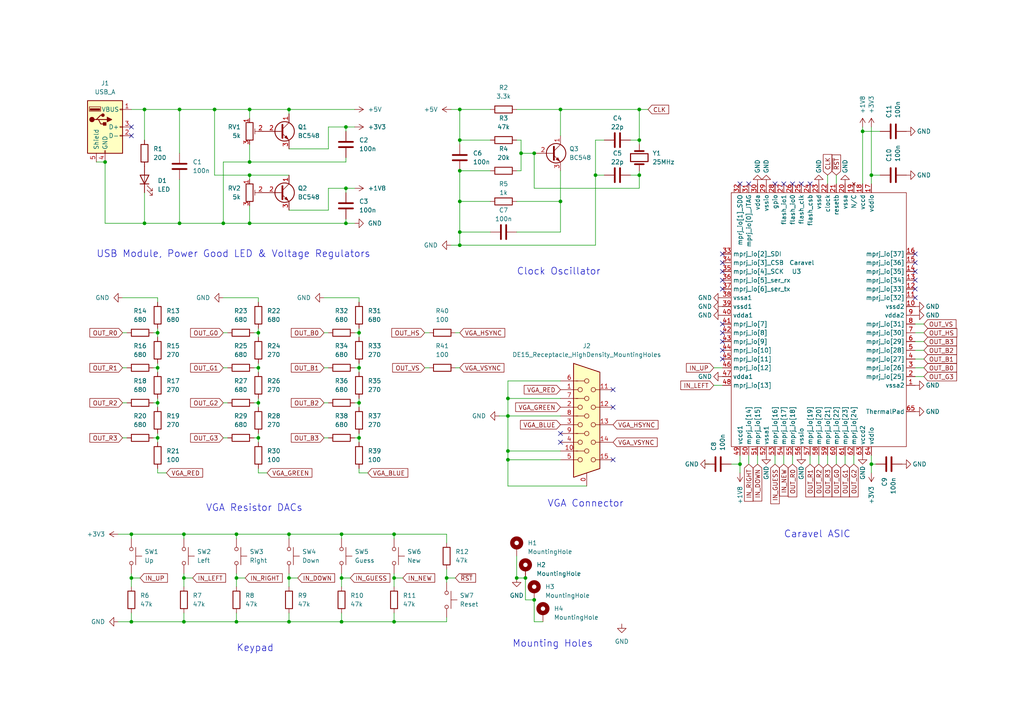
<source format=kicad_sch>
(kicad_sch (version 20231120) (generator "eeschema") (generator_version "8.0")
  (paper "A4")
  (junction (at 104.14 96.52))
  (junction (at 100.33 36.83))
  (junction (at 62.23 31.75))
  (junction (at 154.94 44.45))
  (junction (at 72.39 50.8))
  (junction (at 151.13 44.45))
  (junction (at 149.86 167.64))
  (junction (at 147.32 130.81))
  (junction (at 185.42 40.64))
  (junction (at 72.39 64.77))
  (junction (at 114.3 167.64))
  (junction (at 74.93 116.84))
  (junction (at 100.33 64.77))
  (junction (at 45.72 127))
  (junction (at 83.82 154.94))
  (junction (at 147.32 133.35))
  (junction (at 45.72 106.68))
  (junction (at 133.35 40.64))
  (junction (at 250.19 38.1))
  (junction (at 45.72 116.84))
  (junction (at 162.56 58.42))
  (junction (at 99.06 167.64))
  (junction (at 252.73 134.62))
  (junction (at 41.91 31.75))
  (junction (at 99.06 154.94))
  (junction (at 74.93 106.68))
  (junction (at 114.3 154.94))
  (junction (at 99.06 180.34))
  (junction (at 154.94 173.99))
  (junction (at 83.82 167.64))
  (junction (at 53.34 180.34))
  (junction (at 172.72 50.8))
  (junction (at 133.35 49.53))
  (junction (at 152.4 167.64))
  (junction (at 68.58 167.64))
  (junction (at 53.34 154.94))
  (junction (at 147.32 115.57))
  (junction (at 38.1 154.94))
  (junction (at 133.35 71.12))
  (junction (at 83.82 180.34))
  (junction (at 74.93 96.52))
  (junction (at 129.54 167.64))
  (junction (at 30.48 46.99))
  (junction (at 104.14 116.84))
  (junction (at 74.93 127))
  (junction (at 104.14 127))
  (junction (at 72.39 46.99))
  (junction (at 38.1 180.34))
  (junction (at 100.33 54.61))
  (junction (at 133.35 67.31))
  (junction (at 52.07 31.75))
  (junction (at 64.77 64.77))
  (junction (at 214.63 134.62))
  (junction (at 114.3 180.34))
  (junction (at 72.39 31.75))
  (junction (at 133.35 58.42))
  (junction (at 104.14 106.68))
  (junction (at 52.07 64.77))
  (junction (at 68.58 180.34))
  (junction (at 68.58 154.94))
  (junction (at 53.34 167.64))
  (junction (at 147.32 120.65))
  (junction (at 162.56 31.75))
  (junction (at 45.72 96.52))
  (junction (at 252.73 50.8))
  (junction (at 41.91 64.77))
  (junction (at 133.35 31.75))
  (junction (at 38.1 167.64))
  (junction (at 185.42 50.8))
  (junction (at 185.42 31.75))
  (junction (at 83.82 31.75))
  (no_connect (at 265.43 73.66))
  (no_connect (at 265.43 78.74))
  (no_connect (at 209.55 81.28))
  (no_connect (at 209.55 78.74))
  (no_connect (at 162.56 125.73))
  (no_connect (at 217.17 53.34))
  (no_connect (at 209.55 96.52))
  (no_connect (at 177.8 118.11))
  (no_connect (at 209.55 99.06))
  (no_connect (at 162.56 128.27))
  (no_connect (at 38.1 39.37))
  (no_connect (at 209.55 83.82))
  (no_connect (at 214.63 53.34))
  (no_connect (at 209.55 101.6))
  (no_connect (at 209.55 104.14))
  (no_connect (at 229.87 53.34))
  (no_connect (at 38.1 36.83))
  (no_connect (at 177.8 113.03))
  (no_connect (at 209.55 76.2))
  (no_connect (at 265.43 86.36))
  (no_connect (at 265.43 83.82))
  (no_connect (at 265.43 81.28))
  (no_connect (at 177.8 133.35))
  (no_connect (at 227.33 53.34))
  (no_connect (at 234.95 53.34))
  (no_connect (at 232.41 53.34))
  (no_connect (at 224.79 53.34))
  (no_connect (at 265.43 76.2))
  (no_connect (at 209.55 73.66))
  (no_connect (at 209.55 93.98))
  (wire (pts (xy 74.93 115.57) (xy 74.93 116.84)))
  (wire (pts (xy 250.19 38.1) (xy 255.27 38.1)))
  (wire (pts (xy 72.39 46.99) (xy 100.33 46.99)))
  (wire (pts (xy 133.35 40.64) (xy 142.24 40.64)))
  (wire (pts (xy 207.01 111.76) (xy 209.55 111.76)))
  (wire (pts (xy 41.91 64.77) (xy 41.91 55.88)))
  (wire (pts (xy 147.32 115.57) (xy 162.56 115.57)))
  (wire (pts (xy 53.34 177.8) (xy 53.34 180.34)))
  (wire (pts (xy 100.33 46.99) (xy 100.33 45.72)))
  (wire (pts (xy 68.58 177.8) (xy 68.58 180.34)))
  (wire (pts (xy 104.14 116.84) (xy 102.87 116.84)))
  (wire (pts (xy 64.77 106.68) (xy 66.04 106.68)))
  (wire (pts (xy 74.93 135.89) (xy 74.93 137.16)))
  (wire (pts (xy 38.1 177.8) (xy 38.1 180.34)))
  (wire (pts (xy 104.14 127) (xy 102.87 127)))
  (wire (pts (xy 252.73 50.8) (xy 252.73 53.34)))
  (wire (pts (xy 104.14 106.68) (xy 104.14 107.95)))
  (wire (pts (xy 130.81 31.75) (xy 133.35 31.75)))
  (wire (pts (xy 130.81 71.12) (xy 133.35 71.12)))
  (wire (pts (xy 154.94 44.45) (xy 154.94 54.61)))
  (wire (pts (xy 41.91 31.75) (xy 52.07 31.75)))
  (wire (pts (xy 100.33 54.61) (xy 102.87 54.61)))
  (wire (pts (xy 72.39 59.69) (xy 72.39 64.77)))
  (wire (pts (xy 30.48 64.77) (xy 41.91 64.77)))
  (wire (pts (xy 147.32 120.65) (xy 147.32 115.57)))
  (wire (pts (xy 38.1 166.37) (xy 38.1 167.64)))
  (wire (pts (xy 74.93 116.84) (xy 74.93 118.11)))
  (wire (pts (xy 240.03 132.08) (xy 240.03 134.62)))
  (wire (pts (xy 185.42 31.75) (xy 185.42 40.64)))
  (wire (pts (xy 45.72 106.68) (xy 45.72 107.95)))
  (wire (pts (xy 53.34 154.94) (xy 68.58 154.94)))
  (wire (pts (xy 100.33 64.77) (xy 100.33 63.5)))
  (wire (pts (xy 41.91 31.75) (xy 41.91 40.64)))
  (wire (pts (xy 99.06 177.8) (xy 99.06 180.34)))
  (wire (pts (xy 45.72 86.36) (xy 45.72 87.63)))
  (wire (pts (xy 267.97 99.06) (xy 265.43 99.06)))
  (wire (pts (xy 45.72 96.52) (xy 45.72 97.79)))
  (wire (pts (xy 144.78 120.65) (xy 147.32 120.65)))
  (wire (pts (xy 83.82 154.94) (xy 99.06 154.94)))
  (wire (pts (xy 147.32 130.81) (xy 147.32 133.35)))
  (wire (pts (xy 133.35 49.53) (xy 142.24 49.53)))
  (wire (pts (xy 247.65 132.08) (xy 247.65 134.62)))
  (wire (pts (xy 182.88 50.8) (xy 185.42 50.8)))
  (wire (pts (xy 68.58 180.34) (xy 83.82 180.34)))
  (wire (pts (xy 45.72 127) (xy 44.45 127)))
  (wire (pts (xy 34.29 180.34) (xy 38.1 180.34)))
  (wire (pts (xy 207.01 106.68) (xy 209.55 106.68)))
  (wire (pts (xy 99.06 154.94) (xy 99.06 156.21)))
  (wire (pts (xy 83.82 167.64) (xy 86.36 167.64)))
  (wire (pts (xy 62.23 31.75) (xy 62.23 50.8)))
  (wire (pts (xy 170.18 140.97) (xy 147.32 140.97)))
  (wire (pts (xy 83.82 167.64) (xy 83.82 170.18)))
  (wire (pts (xy 45.72 105.41) (xy 45.72 106.68)))
  (wire (pts (xy 104.14 96.52) (xy 104.14 97.79)))
  (wire (pts (xy 133.35 67.31) (xy 133.35 71.12)))
  (wire (pts (xy 100.33 36.83) (xy 102.87 36.83)))
  (wire (pts (xy 114.3 180.34) (xy 129.54 180.34)))
  (wire (pts (xy 45.72 135.89) (xy 45.72 137.16)))
  (wire (pts (xy 114.3 180.34) (xy 114.3 177.8)))
  (wire (pts (xy 95.25 60.96) (xy 95.25 54.61)))
  (wire (pts (xy 147.32 130.81) (xy 162.56 130.81)))
  (wire (pts (xy 93.98 116.84) (xy 95.25 116.84)))
  (wire (pts (xy 129.54 168.91) (xy 129.54 167.64)))
  (wire (pts (xy 53.34 167.64) (xy 53.34 170.18)))
  (wire (pts (xy 45.72 95.25) (xy 45.72 96.52)))
  (wire (pts (xy 83.82 31.75) (xy 83.82 33.02)))
  (wire (pts (xy 162.56 67.31) (xy 162.56 58.42)))
  (wire (pts (xy 205.74 134.62) (xy 204.47 134.62)))
  (wire (pts (xy 162.56 133.35) (xy 147.32 133.35)))
  (wire (pts (xy 68.58 167.64) (xy 68.58 170.18)))
  (wire (pts (xy 74.93 127) (xy 73.66 127)))
  (wire (pts (xy 154.94 180.34) (xy 157.48 180.34)))
  (wire (pts (xy 132.08 106.68) (xy 133.35 106.68)))
  (wire (pts (xy 252.73 50.8) (xy 252.73 36.83)))
  (wire (pts (xy 149.86 161.29) (xy 149.86 167.64)))
  (wire (pts (xy 185.42 50.8) (xy 185.42 54.61)))
  (wire (pts (xy 147.32 120.65) (xy 147.32 130.81)))
  (wire (pts (xy 44.45 96.52) (xy 45.72 96.52)))
  (wire (pts (xy 162.56 31.75) (xy 162.56 39.37)))
  (wire (pts (xy 227.33 132.08) (xy 227.33 134.62)))
  (wire (pts (xy 132.08 96.52) (xy 133.35 96.52)))
  (wire (pts (xy 52.07 31.75) (xy 52.07 44.45)))
  (wire (pts (xy 83.82 154.94) (xy 83.82 156.21)))
  (wire (pts (xy 53.34 180.34) (xy 68.58 180.34)))
  (wire (pts (xy 68.58 167.64) (xy 71.12 167.64)))
  (wire (pts (xy 45.72 116.84) (xy 44.45 116.84)))
  (wire (pts (xy 151.13 44.45) (xy 151.13 40.64)))
  (wire (pts (xy 172.72 40.64) (xy 175.26 40.64)))
  (wire (pts (xy 38.1 154.94) (xy 53.34 154.94)))
  (wire (pts (xy 219.71 134.62) (xy 219.71 132.08)))
  (wire (pts (xy 68.58 154.94) (xy 83.82 154.94)))
  (wire (pts (xy 38.1 180.34) (xy 53.34 180.34)))
  (wire (pts (xy 64.77 46.99) (xy 64.77 64.77)))
  (wire (pts (xy 214.63 137.16) (xy 214.63 134.62)))
  (wire (pts (xy 99.06 166.37) (xy 99.06 167.64)))
  (wire (pts (xy 147.32 115.57) (xy 147.32 110.49)))
  (wire (pts (xy 102.87 96.52) (xy 104.14 96.52)))
  (wire (pts (xy 41.91 64.77) (xy 52.07 64.77)))
  (wire (pts (xy 255.27 50.8) (xy 252.73 50.8)))
  (wire (pts (xy 114.3 167.64) (xy 116.84 167.64)))
  (wire (pts (xy 217.17 132.08) (xy 217.17 134.62)))
  (wire (pts (xy 154.94 173.99) (xy 154.94 180.34)))
  (wire (pts (xy 250.19 38.1) (xy 250.19 36.83)))
  (wire (pts (xy 149.86 167.64) (xy 152.4 167.64)))
  (wire (pts (xy 74.93 106.68) (xy 73.66 106.68)))
  (wire (pts (xy 250.19 38.1) (xy 250.19 53.34)))
  (wire (pts (xy 93.98 96.52) (xy 95.25 96.52)))
  (wire (pts (xy 38.1 154.94) (xy 38.1 156.21)))
  (wire (pts (xy 252.73 137.16) (xy 252.73 134.62)))
  (wire (pts (xy 74.93 137.16) (xy 77.47 137.16)))
  (wire (pts (xy 93.98 106.68) (xy 95.25 106.68)))
  (wire (pts (xy 99.06 180.34) (xy 114.3 180.34)))
  (wire (pts (xy 149.86 49.53) (xy 151.13 49.53)))
  (wire (pts (xy 129.54 154.94) (xy 129.54 157.48)))
  (wire (pts (xy 172.72 40.64) (xy 172.72 50.8)))
  (wire (pts (xy 162.56 49.53) (xy 162.56 58.42)))
  (wire (pts (xy 129.54 167.64) (xy 129.54 165.1)))
  (wire (pts (xy 237.49 132.08) (xy 237.49 134.62)))
  (wire (pts (xy 104.14 135.89) (xy 104.14 137.16)))
  (wire (pts (xy 104.14 115.57) (xy 104.14 116.84)))
  (wire (pts (xy 185.42 41.91) (xy 185.42 40.64)))
  (wire (pts (xy 99.06 167.64) (xy 99.06 170.18)))
  (wire (pts (xy 267.97 93.98) (xy 265.43 93.98)))
  (wire (pts (xy 152.4 167.64) (xy 152.4 173.99)))
  (wire (pts (xy 147.32 133.35) (xy 147.32 140.97)))
  (wire (pts (xy 267.97 104.14) (xy 265.43 104.14)))
  (wire (pts (xy 100.33 54.61) (xy 100.33 55.88)))
  (wire (pts (xy 35.56 116.84) (xy 36.83 116.84)))
  (wire (pts (xy 123.19 106.68) (xy 124.46 106.68)))
  (wire (pts (xy 74.93 127) (xy 74.93 128.27)))
  (wire (pts (xy 224.79 132.08) (xy 224.79 134.62)))
  (wire (pts (xy 72.39 46.99) (xy 64.77 46.99)))
  (wire (pts (xy 53.34 166.37) (xy 53.34 167.64)))
  (wire (pts (xy 74.93 106.68) (xy 74.93 107.95)))
  (wire (pts (xy 45.72 125.73) (xy 45.72 127)))
  (wire (pts (xy 72.39 41.91) (xy 72.39 46.99)))
  (wire (pts (xy 133.35 40.64) (xy 133.35 41.91)))
  (wire (pts (xy 129.54 179.07) (xy 129.54 180.34)))
  (wire (pts (xy 104.14 125.73) (xy 104.14 127)))
  (wire (pts (xy 123.19 96.52) (xy 124.46 96.52)))
  (wire (pts (xy 83.82 31.75) (xy 102.87 31.75)))
  (wire (pts (xy 154.94 54.61) (xy 185.42 54.61)))
  (wire (pts (xy 83.82 180.34) (xy 99.06 180.34)))
  (wire (pts (xy 229.87 132.08) (xy 229.87 134.62)))
  (wire (pts (xy 93.98 86.36) (xy 104.14 86.36)))
  (wire (pts (xy 74.93 105.41) (xy 74.93 106.68)))
  (wire (pts (xy 129.54 167.64) (xy 132.08 167.64)))
  (wire (pts (xy 45.72 116.84) (xy 45.72 118.11)))
  (wire (pts (xy 74.93 116.84) (xy 73.66 116.84)))
  (wire (pts (xy 64.77 86.36) (xy 74.93 86.36)))
  (wire (pts (xy 93.98 127) (xy 95.25 127)))
  (wire (pts (xy 72.39 31.75) (xy 83.82 31.75)))
  (wire (pts (xy 100.33 36.83) (xy 100.33 38.1)))
  (wire (pts (xy 95.25 54.61) (xy 100.33 54.61)))
  (wire (pts (xy 52.07 64.77) (xy 52.07 52.07)))
  (wire (pts (xy 104.14 106.68) (xy 102.87 106.68)))
  (wire (pts (xy 182.88 40.64) (xy 185.42 40.64)))
  (wire (pts (xy 83.82 177.8) (xy 83.82 180.34)))
  (wire (pts (xy 74.93 95.25) (xy 74.93 96.52)))
  (wire (pts (xy 185.42 31.75) (xy 187.96 31.75)))
  (wire (pts (xy 162.56 31.75) (xy 185.42 31.75)))
  (wire (pts (xy 114.3 167.64) (xy 114.3 170.18)))
  (wire (pts (xy 83.82 43.18) (xy 95.25 43.18)))
  (wire (pts (xy 35.56 96.52) (xy 36.83 96.52)))
  (wire (pts (xy 104.14 137.16) (xy 106.68 137.16)))
  (wire (pts (xy 52.07 31.75) (xy 62.23 31.75)))
  (wire (pts (xy 133.35 31.75) (xy 142.24 31.75)))
  (wire (pts (xy 95.25 36.83) (xy 100.33 36.83)))
  (wire (pts (xy 72.39 64.77) (xy 100.33 64.77)))
  (wire (pts (xy 83.82 60.96) (xy 95.25 60.96)))
  (wire (pts (xy 149.86 58.42) (xy 162.56 58.42)))
  (wire (pts (xy 45.72 106.68) (xy 44.45 106.68)))
  (wire (pts (xy 242.57 50.8) (xy 242.57 53.34)))
  (wire (pts (xy 114.3 154.94) (xy 129.54 154.94)))
  (wire (pts (xy 267.97 96.52) (xy 265.43 96.52)))
  (wire (pts (xy 68.58 166.37) (xy 68.58 167.64)))
  (wire (pts (xy 133.35 58.42) (xy 142.24 58.42)))
  (wire (pts (xy 212.09 134.62) (xy 214.63 134.62)))
  (wire (pts (xy 147.32 120.65) (xy 162.56 120.65)))
  (wire (pts (xy 30.48 46.99) (xy 30.48 64.77)))
  (wire (pts (xy 64.77 116.84) (xy 66.04 116.84)))
  (wire (pts (xy 152.4 173.99) (xy 154.94 173.99)))
  (wire (pts (xy 62.23 50.8) (xy 72.39 50.8)))
  (wire (pts (xy 104.14 105.41) (xy 104.14 106.68)))
  (wire (pts (xy 252.73 134.62) (xy 254 134.62)))
  (wire (pts (xy 149.86 40.64) (xy 151.13 40.64)))
  (wire (pts (xy 133.35 31.75) (xy 133.35 40.64)))
  (wire (pts (xy 151.13 44.45) (xy 151.13 49.53)))
  (wire (pts (xy 72.39 50.8) (xy 83.82 50.8)))
  (wire (pts (xy 35.56 106.68) (xy 36.83 106.68)))
  (wire (pts (xy 38.1 31.75) (xy 41.91 31.75)))
  (wire (pts (xy 53.34 167.64) (xy 55.88 167.64)))
  (wire (pts (xy 114.3 166.37) (xy 114.3 167.64)))
  (wire (pts (xy 245.11 132.08) (xy 245.11 134.62)))
  (wire (pts (xy 242.57 132.08) (xy 242.57 134.62)))
  (wire (pts (xy 52.07 64.77) (xy 64.77 64.77)))
  (wire (pts (xy 240.03 50.8) (xy 240.03 53.34)))
  (wire (pts (xy 35.56 86.36) (xy 45.72 86.36)))
  (wire (pts (xy 83.82 166.37) (xy 83.82 167.64)))
  (wire (pts (xy 104.14 127) (xy 104.14 128.27)))
  (wire (pts (xy 267.97 109.22) (xy 265.43 109.22)))
  (wire (pts (xy 104.14 86.36) (xy 104.14 87.63)))
  (wire (pts (xy 62.23 31.75) (xy 72.39 31.75)))
  (wire (pts (xy 147.32 110.49) (xy 162.56 110.49)))
  (wire (pts (xy 64.77 127) (xy 66.04 127)))
  (wire (pts (xy 99.06 154.94) (xy 114.3 154.94)))
  (wire (pts (xy 38.1 167.64) (xy 38.1 170.18)))
  (wire (pts (xy 172.72 50.8) (xy 175.26 50.8)))
  (wire (pts (xy 27.94 46.99) (xy 30.48 46.99)))
  (wire (pts (xy 114.3 154.94) (xy 114.3 156.21)))
  (wire (pts (xy 74.93 86.36) (xy 74.93 87.63)))
  (wire (pts (xy 133.35 49.53) (xy 133.35 58.42)))
  (wire (pts (xy 35.56 127) (xy 36.83 127)))
  (wire (pts (xy 100.33 64.77) (xy 102.87 64.77)))
  (wire (pts (xy 68.58 154.94) (xy 68.58 156.21)))
  (wire (pts (xy 73.66 96.52) (xy 74.93 96.52)))
  (wire (pts (xy 45.72 137.16) (xy 48.26 137.16)))
  (wire (pts (xy 149.86 67.31) (xy 162.56 67.31)))
  (wire (pts (xy 172.72 50.8) (xy 172.72 71.12)))
  (wire (pts (xy 149.86 31.75) (xy 162.56 31.75)))
  (wire (pts (xy 53.34 154.94) (xy 53.34 156.21)))
  (wire (pts (xy 151.13 44.45) (xy 154.94 44.45)))
  (wire (pts (xy 234.95 132.08) (xy 234.95 134.62)))
  (wire (pts (xy 72.39 50.8) (xy 72.39 52.07)))
  (wire (pts (xy 74.93 125.73) (xy 74.93 127)))
  (wire (pts (xy 99.06 167.64) (xy 101.6 167.64)))
  (wire (pts (xy 133.35 67.31) (xy 142.24 67.31)))
  (wire (pts (xy 72.39 31.75) (xy 72.39 34.29)))
  (wire (pts (xy 252.73 134.62) (xy 252.73 132.08)))
  (wire (pts (xy 214.63 134.62) (xy 214.63 132.08)))
  (wire (pts (xy 267.97 101.6) (xy 265.43 101.6)))
  (wire (pts (xy 104.14 116.84) (xy 104.14 118.11)))
  (wire (pts (xy 45.72 115.57) (xy 45.72 116.84)))
  (wire (pts (xy 38.1 167.64) (xy 40.64 167.64)))
  (wire (pts (xy 34.29 154.94) (xy 38.1 154.94)))
  (wire (pts (xy 45.72 127) (xy 45.72 128.27)))
  (wire (pts (xy 185.42 49.53) (xy 185.42 50.8)))
  (wire (pts (xy 95.25 43.18) (xy 95.25 36.83)))
  (wire (pts (xy 133.35 71.12) (xy 172.72 71.12)))
  (wire (pts (xy 74.93 96.52) (xy 74.93 97.79)))
  (wire (pts (xy 64.77 96.52) (xy 66.04 96.52)))
  (wire (pts (xy 133.35 58.42) (xy 133.35 67.31)))
  (wire (pts (xy 64.77 64.77) (xy 72.39 64.77)))
  (wire (pts (xy 104.14 95.25) (xy 104.14 96.52)))
  (wire (pts (xy 267.97 106.68) (xy 265.43 106.68)))
  (text "Mounting Holes" (at 148.59 187.96 0) (effects (font (size 2 2)) (justify left bottom)))
  (text "Caravel ASIC" (at 227.33 156.21 0) (effects (font (size 2 2)) (justify left bottom)))
  (text "USB Module, Power Good LED & Voltage Regulators" (at 27.94 74.93 0) (effects (font (size 2 2)) (justify left bottom)))
  (text "VGA Resistor DACs" (at 59.69 148.59 0) (effects (font (size 2 2)) (justify left bottom)))
  (text "Clock Oscillator" (at 149.86 80.01 0) (effects (font (size 2 2)) (justify left bottom)))
  (text "Keypad" (at 68.58 189.23 0) (effects (font (size 2 2)) (justify left bottom)))
  (text "VGA Connector" (at 158.75 147.32 0) (effects (font (size 2 2)) (justify left bottom)))
  (global_label "OUT_G2" (shape input) (at 247.65 134.62 270) (property "Intersheetrefs" "${INTERSHEET_REFS}" (effects (hide yes))))
  (global_label "OUT_B1" (shape input) (at 93.98 106.68 180) (property "Intersheetrefs" "${INTERSHEET_REFS}" (effects (hide yes))))
  (global_label "~{RST}" (shape input) (at 132.08 167.64 0) (property "Intersheetrefs" "${INTERSHEET_REFS}" (effects (hide yes))))
  (global_label "OUT_B0" (shape input) (at 93.98 96.52 180) (property "Intersheetrefs" "${INTERSHEET_REFS}" (effects (hide yes))))
  (global_label "OUT_G3" (shape input) (at 64.77 127 180) (property "Intersheetrefs" "${INTERSHEET_REFS}" (effects (hide yes))))
  (global_label "OUT_R2" (shape input) (at 237.49 134.62 270) (property "Intersheetrefs" "${INTERSHEET_REFS}" (effects (hide yes))))
  (global_label "IN_UP" (shape input) (at 40.64 167.64 0) (property "Intersheetrefs" "${INTERSHEET_REFS}" (effects (hide yes))))
  (global_label "OUT_R1" (shape input) (at 234.95 134.62 270) (property "Intersheetrefs" "${INTERSHEET_REFS}" (effects (hide yes))))
  (global_label "VGA_VSYNC" (shape input) (at 133.35 106.68 0) (property "Intersheetrefs" "${INTERSHEET_REFS}" (effects (hide yes))))
  (global_label "OUT_VS" (shape input) (at 267.97 93.98 0) (property "Intersheetrefs" "${INTERSHEET_REFS}" (effects (hide yes))))
  (global_label "OUT_R1" (shape input) (at 35.56 106.68 180) (property "Intersheetrefs" "${INTERSHEET_REFS}" (effects (hide yes))))
  (global_label "VGA_BLUE" (shape input) (at 106.68 137.16 0) (property "Intersheetrefs" "${INTERSHEET_REFS}" (effects (hide yes))))
  (global_label "VGA_BLUE" (shape input) (at 162.56 123.19 180) (property "Intersheetrefs" "${INTERSHEET_REFS}" (effects (hide yes))))
  (global_label "OUT_R0" (shape input) (at 35.56 96.52 180) (property "Intersheetrefs" "${INTERSHEET_REFS}" (effects (hide yes))))
  (global_label "VGA_RED" (shape input) (at 162.56 113.03 180) (property "Intersheetrefs" "${INTERSHEET_REFS}" (effects (hide yes))))
  (global_label "OUT_G0" (shape input) (at 242.57 134.62 270) (property "Intersheetrefs" "${INTERSHEET_REFS}" (effects (hide yes))))
  (global_label "~{RST}" (shape input) (at 242.57 50.8 90) (property "Intersheetrefs" "${INTERSHEET_REFS}" (effects (hide yes))))
  (global_label "OUT_B0" (shape input) (at 267.97 106.68 0) (property "Intersheetrefs" "${INTERSHEET_REFS}" (effects (hide yes))))
  (global_label "OUT_R3" (shape input) (at 240.03 134.62 270) (property "Intersheetrefs" "${INTERSHEET_REFS}" (effects (hide yes))))
  (global_label "IN_GUESS" (shape input) (at 224.79 134.62 270) (property "Intersheetrefs" "${INTERSHEET_REFS}" (effects (hide yes))))
  (global_label "OUT_R2" (shape input) (at 35.56 116.84 180) (property "Intersheetrefs" "${INTERSHEET_REFS}" (effects (hide yes))))
  (global_label "OUT_G2" (shape input) (at 64.77 116.84 180) (property "Intersheetrefs" "${INTERSHEET_REFS}" (effects (hide yes))))
  (global_label "OUT_R0" (shape input) (at 229.87 134.62 270) (property "Intersheetrefs" "${INTERSHEET_REFS}" (effects (hide yes))))
  (global_label "OUT_B2" (shape input) (at 93.98 116.84 180) (property "Intersheetrefs" "${INTERSHEET_REFS}" (effects (hide yes))))
  (global_label "OUT_HS" (shape input) (at 123.19 96.52 180) (property "Intersheetrefs" "${INTERSHEET_REFS}" (effects (hide yes))))
  (global_label "CLK" (shape input) (at 187.96 31.75 0) (property "Intersheetrefs" "${INTERSHEET_REFS}" (effects (hide yes))))
  (global_label "IN_LEFT" (shape input) (at 55.88 167.64 0) (property "Intersheetrefs" "${INTERSHEET_REFS}" (effects (hide yes))))
  (global_label "VGA_RED" (shape input) (at 48.26 137.16 0) (property "Intersheetrefs" "${INTERSHEET_REFS}" (effects (hide yes))))
  (global_label "OUT_G1" (shape input) (at 245.11 134.62 270) (property "Intersheetrefs" "${INTERSHEET_REFS}" (effects (hide yes))))
  (global_label "VGA_HSYNC" (shape input) (at 133.35 96.52 0) (property "Intersheetrefs" "${INTERSHEET_REFS}" (effects (hide yes))))
  (global_label "IN_DOWN" (shape input) (at 86.36 167.64 0) (property "Intersheetrefs" "${INTERSHEET_REFS}" (effects (hide yes))))
  (global_label "VGA_HSYNC" (shape input) (at 177.8 123.19 0) (property "Intersheetrefs" "${INTERSHEET_REFS}" (effects (hide yes))))
  (global_label "OUT_R3" (shape input) (at 35.56 127 180) (property "Intersheetrefs" "${INTERSHEET_REFS}" (effects (hide yes))))
  (global_label "OUT_B2" (shape input) (at 267.97 101.6 0) (property "Intersheetrefs" "${INTERSHEET_REFS}" (effects (hide yes))))
  (global_label "VGA_VSYNC" (shape input) (at 177.8 128.27 0) (property "Intersheetrefs" "${INTERSHEET_REFS}" (effects (hide yes))))
  (global_label "VGA_GREEN" (shape input) (at 162.56 118.11 180) (property "Intersheetrefs" "${INTERSHEET_REFS}" (effects (hide yes))))
  (global_label "IN_LEFT" (shape input) (at 207.01 111.76 180) (property "Intersheetrefs" "${INTERSHEET_REFS}" (effects (hide yes))))
  (global_label "IN_RIGHT" (shape input) (at 71.12 167.64 0) (property "Intersheetrefs" "${INTERSHEET_REFS}" (effects (hide yes))))
  (global_label "IN_NEW" (shape input) (at 227.33 134.62 270) (property "Intersheetrefs" "${INTERSHEET_REFS}" (effects (hide yes))))
  (global_label "OUT_G0" (shape input) (at 64.77 96.52 180) (property "Intersheetrefs" "${INTERSHEET_REFS}" (effects (hide yes))))
  (global_label "IN_UP" (shape input) (at 207.01 106.68 180) (property "Intersheetrefs" "${INTERSHEET_REFS}" (effects (hide yes))))
  (global_label "VGA_GREEN" (shape input) (at 77.47 137.16 0) (property "Intersheetrefs" "${INTERSHEET_REFS}" (effects (hide yes))))
  (global_label "IN_NEW" (shape input) (at 116.84 167.64 0) (property "Intersheetrefs" "${INTERSHEET_REFS}" (effects (hide yes))))
  (global_label "OUT_B1" (shape input) (at 267.97 104.14 0) (property "Intersheetrefs" "${INTERSHEET_REFS}" (effects (hide yes))))
  (global_label "OUT_G3" (shape input) (at 267.97 109.22 0) (property "Intersheetrefs" "${INTERSHEET_REFS}" (effects (hide yes))))
  (global_label "OUT_HS" (shape input) (at 267.97 96.52 0) (property "Intersheetrefs" "${INTERSHEET_REFS}" (effects (hide yes))))
  (global_label "CLK" (shape input) (at 240.03 50.8 90) (property "Intersheetrefs" "${INTERSHEET_REFS}" (effects (hide yes))))
  (global_label "IN_RIGHT" (shape input) (at 217.17 134.62 270) (property "Intersheetrefs" "${INTERSHEET_REFS}" (effects (hide yes))))
  (global_label "OUT_B3" (shape input) (at 267.97 99.06 0) (property "Intersheetrefs" "${INTERSHEET_REFS}" (effects (hide yes))))
  (global_label "OUT_G1" (shape input) (at 64.77 106.68 180) (property "Intersheetrefs" "${INTERSHEET_REFS}" (effects (hide yes))))
  (global_label "IN_DOWN" (shape input) (at 219.71 134.62 270) (property "Intersheetrefs" "${INTERSHEET_REFS}" (effects (hide yes))))
  (global_label "IN_GUESS" (shape input) (at 101.6 167.64 0) (property "Intersheetrefs" "${INTERSHEET_REFS}" (effects (hide yes))))
  (global_label "OUT_VS" (shape input) (at 123.19 106.68 180) (property "Intersheetrefs" "${INTERSHEET_REFS}" (effects (hide yes))))
  (global_label "OUT_B3" (shape input) (at 93.98 127 180) (property "Intersheetrefs" "${INTERSHEET_REFS}" (effects (hide yes))))
  (symbol (lib_id "Device:R") (at 38.1 173.99 180) (unit 1)
    (property "Reference" "R6" (at 40.64 172.72 0) (effects (justify right)))
    (property "Value" "47k" (at 40.64 175.26 0) (effects (justify right)))
    (property "Footprint" "Resistor_THT:R_Axial_DIN0207_L6.3mm_D2.5mm_P7.62mm_Horizontal" (effects (hide yes)))
  )
  (symbol (lib_id "power:+3V3") (at 34.29 154.94 90) (unit 1)
    (property "Reference" "#PWR035" (effects (hide yes)))
    (property "Value" "+3V3" (at 30.48 154.94 90) (effects (justify left)))
  )
  (symbol (lib_id "Device:R") (at 74.93 132.08 0) (unit 1)
    (property "Reference" "R30" (at 77.47 130.81 0) (effects (justify left)))
    (property "Value" "100" (at 77.47 133.35 0) (effects (justify left)))
    (property "Footprint" "Resistor_THT:R_Axial_DIN0207_L6.3mm_D2.5mm_P7.62mm_Horizontal" (effects (hide yes)))
  )
  (symbol (lib_id "Device:R") (at 40.64 116.84 90) (unit 1)
    (property "Reference" "R18" (at 40.64 110.49 90))
    (property "Value" "680" (at 40.64 113.03 90))
    (property "Footprint" "Resistor_THT:R_Axial_DIN0207_L6.3mm_D2.5mm_P7.62mm_Horizontal" (effects (hide yes)))
  )
  (symbol (lib_id "power:GND") (at 237.49 53.34 180) (unit 1)
    (property "Reference" "#PWR018" (effects (hide yes)))
    (property "Value" "GND" (at 237.49 48.26 90))
  )
  (symbol (lib_id "Device:C") (at 146.05 67.31 90) (unit 1)
    (property "Reference" "C7" (at 146.05 60.96 90))
    (property "Value" "100n" (at 146.05 63.5 90))
    (property "Footprint" "Capacitor_THT:C_Disc_D3.0mm_W1.6mm_P2.50mm" (effects (hide yes)))
  )
  (symbol (lib_id "power:GND") (at 209.55 91.44 270) (unit 1)
    (property "Reference" "#PWR011" (effects (hide yes)))
    (property "Value" "GND" (at 204.47 91.44 90))
  )
  (symbol (lib_id "power:GND") (at 222.25 132.08 0) (unit 1)
    (property "Reference" "#PWR05" (effects (hide yes)))
    (property "Value" "GND" (at 222.25 137.16 90))
  )
  (symbol (lib_id "Device:R") (at 128.27 106.68 90) (unit 1)
    (property "Reference" "R41" (at 128.27 100.33 90))
    (property "Value" "100" (at 128.27 102.87 90))
    (property "Footprint" "Resistor_THT:R_Axial_DIN0207_L6.3mm_D2.5mm_P7.62mm_Horizontal" (effects (hide yes)))
  )
  (symbol (lib_id "Device:R") (at 99.06 116.84 90) (unit 1)
    (property "Reference" "R36" (at 99.06 110.49 90))
    (property "Value" "680" (at 99.06 113.03 90))
    (property "Footprint" "Resistor_THT:R_Axial_DIN0207_L6.3mm_D2.5mm_P7.62mm_Horizontal" (effects (hide yes)))
  )
  (symbol (lib_id "power:GND") (at 209.55 109.22 270) (unit 1)
    (property "Reference" "#PWR010" (effects (hide yes)))
    (property "Value" "GND" (at 204.47 109.22 90))
  )
  (symbol (lib_id "Device:R") (at 69.85 116.84 90) (unit 1)
    (property "Reference" "R27" (at 69.85 110.49 90))
    (property "Value" "680" (at 69.85 113.03 90))
    (property "Footprint" "Resistor_THT:R_Axial_DIN0207_L6.3mm_D2.5mm_P7.62mm_Horizontal" (effects (hide yes)))
  )
  (symbol (lib_id "Device:R") (at 83.82 173.99 180) (unit 1)
    (property "Reference" "R9" (at 86.36 172.72 0) (effects (justify right)))
    (property "Value" "47k" (at 86.36 175.26 0) (effects (justify right)))
    (property "Footprint" "Resistor_THT:R_Axial_DIN0207_L6.3mm_D2.5mm_P7.62mm_Horizontal" (effects (hide yes)))
  )
  (symbol (lib_id "power:GND") (at 245.11 53.34 180) (unit 1)
    (property "Reference" "#PWR019" (effects (hide yes)))
    (property "Value" "GND" (at 245.11 48.26 90))
  )
  (symbol (lib_id "power:GND") (at 180.34 180.975 0) (unit 1)
    (property "Reference" "#PWR039" (effects (hide yes)))
    (property "Value" "GND" (at 180.34 186.055 0))
  )
  (symbol (lib_id "Device:C") (at 208.28 134.62 270) (unit 1)
    (property "Reference" "C8" (at 207.01 130.81 0) (effects (justify right)))
    (property "Value" "100n" (at 209.55 130.81 0) (effects (justify right)))
    (property "Footprint" "Capacitor_THT:C_Disc_D3.0mm_W1.6mm_P2.50mm" (effects (hide yes)))
  )
  (symbol (lib_id "power:GND") (at 250.19 132.08 0) (unit 1)
    (property "Reference" "#PWR07" (effects (hide yes)))
    (property "Value" "GND" (at 250.19 137.16 90))
  )
  (symbol (lib_id "Device:R") (at 146.05 49.53 90) (unit 1)
    (property "Reference" "R4" (at 146.05 43.18 90))
    (property "Value" "20k" (at 146.05 45.72 90))
    (property "Footprint" "Resistor_THT:R_Axial_DIN0207_L6.3mm_D2.5mm_P7.62mm_Horizontal" (effects (hide yes)))
  )
  (symbol (lib_id "power:GND") (at 64.77 86.36 270) (unit 1)
    (property "Reference" "#PWR032" (effects (hide yes)))
    (property "Value" "GND" (at 60.96 86.36 90) (effects (justify right)))
  )
  (symbol (lib_id "Device:R") (at 69.85 96.52 90) (unit 1)
    (property "Reference" "R23" (at 69.85 90.17 90))
    (property "Value" "680" (at 69.85 92.71 90))
    (property "Footprint" "Resistor_THT:R_Axial_DIN0207_L6.3mm_D2.5mm_P7.62mm_Horizontal" (effects (hide yes)))
  )
  (symbol (lib_id "Device:R") (at 99.06 173.99 180) (unit 1)
    (property "Reference" "R10" (at 101.6 172.72 0) (effects (justify right)))
    (property "Value" "47k" (at 101.6 175.26 0) (effects (justify right)))
    (property "Footprint" "Resistor_THT:R_Axial_DIN0207_L6.3mm_D2.5mm_P7.62mm_Horizontal" (effects (hide yes)))
  )
  (symbol (lib_id "Device:R") (at 99.06 127 90) (unit 1)
    (property "Reference" "R38" (at 99.06 120.65 90))
    (property "Value" "680" (at 99.06 123.19 90))
    (property "Footprint" "Resistor_THT:R_Axial_DIN0207_L6.3mm_D2.5mm_P7.62mm_Horizontal" (effects (hide yes)))
  )
  (symbol (lib_id "Device:LED") (at 41.91 52.07 90) (unit 1)
    (property "Reference" "D1" (at 45.72 52.3875 90) (effects (justify right)))
    (property "Value" "LED" (at 45.72 54.9275 90) (effects (justify right)))
    (property "Footprint" "LED_THT:LED_D5.0mm" (effects (hide yes)))
  )
  (symbol (lib_id "Device:C") (at 133.35 45.72 0) (unit 1)
    (property "Reference" "C6" (at 137.16 44.45 0) (effects (justify left)))
    (property "Value" "100n" (at 137.16 46.99 0) (effects (justify left)))
    (property "Footprint" "Capacitor_THT:C_Disc_D3.0mm_W1.6mm_P2.50mm" (effects (hide yes)))
  )
  (symbol (lib_id "power:GND") (at 130.81 71.12 270) (unit 1)
    (property "Reference" "#PWR029" (effects (hide yes)))
    (property "Value" "GND" (at 127 71.12 90) (effects (justify right)))
  )
  (symbol (lib_id "power:GND") (at 209.55 88.9 270) (unit 1)
    (property "Reference" "#PWR013" (effects (hide yes)))
    (property "Value" "GND" (at 204.47 88.9 90))
  )
  (symbol (lib_id "Device:R") (at 68.58 173.99 180) (unit 1)
    (property "Reference" "R8" (at 71.12 172.72 0) (effects (justify right)))
    (property "Value" "47k" (at 71.12 175.26 0) (effects (justify right)))
    (property "Footprint" "Resistor_THT:R_Axial_DIN0207_L6.3mm_D2.5mm_P7.62mm_Horizontal" (effects (hide yes)))
  )
  (symbol (lib_id "Device:R") (at 45.72 132.08 0) (unit 1)
    (property "Reference" "R21" (at 48.26 130.81 0) (effects (justify left)))
    (property "Value" "100" (at 48.26 133.35 0) (effects (justify left)))
    (property "Footprint" "Resistor_THT:R_Axial_DIN0207_L6.3mm_D2.5mm_P7.62mm_Horizontal" (effects (hide yes)))
  )
  (symbol (lib_id "Device:R") (at 45.72 101.6 0) (unit 1)
    (property "Reference" "R15" (at 48.26 100.33 0) (effects (justify left)))
    (property "Value" "270" (at 48.26 102.87 0) (effects (justify left)))
    (property "Footprint" "Resistor_THT:R_Axial_DIN0207_L6.3mm_D2.5mm_P7.62mm_Horizontal" (effects (hide yes)))
  )
  (symbol (lib_id "Switch:SW_Push") (at 53.34 161.29 270) (unit 1)
    (property "Reference" "SW2" (at 57.15 160.02 90) (effects (justify left)))
    (property "Value" "Left" (at 57.15 162.56 90) (effects (justify left)))
    (property "Footprint" "Button_Switch_THT:SW_PUSH_6mm" (effects (hide yes)))
  )
  (symbol (lib_id "Connector:USB_A") (at 30.48 36.83 0) (unit 1)
    (property "Reference" "J1" (at 30.48 24.13 0))
    (property "Value" "USB_A" (at 30.48 26.67 0))
    (property "Footprint" "User:USB_A_LC_THT" (effects (hide yes)))
    (property "Datasheet" " ~" (effects (hide yes)))
  )
  (symbol (lib_id "power:+3V3") (at 252.73 36.83 0) (unit 1)
    (property "Reference" "#PWR023" (effects (hide yes)))
    (property "Value" "+3V3" (at 252.73 33.02 90) (effects (justify left)))
  )
  (symbol (lib_id "Device:C") (at 179.07 50.8 90) (unit 1)
    (property "Reference" "C5" (at 179.07 44.45 90))
    (property "Value" "22p" (at 179.07 46.99 90))
    (property "Footprint" "Capacitor_THT:C_Disc_D3.0mm_W1.6mm_P2.50mm" (effects (hide yes)))
  )
  (symbol (lib_id "power:GND") (at 222.25 53.34 180) (unit 1)
    (property "Reference" "#PWR017" (effects (hide yes)))
    (property "Value" "GND" (at 222.25 48.26 90))
  )
  (symbol (lib_id "Device:R") (at 45.72 121.92 0) (unit 1)
    (property "Reference" "R19" (at 48.26 120.65 0) (effects (justify left)))
    (property "Value" "270" (at 48.26 123.19 0) (effects (justify left)))
    (property "Footprint" "Resistor_THT:R_Axial_DIN0207_L6.3mm_D2.5mm_P7.62mm_Horizontal" (effects (hide yes)))
  )
  (symbol (lib_id "Device:Crystal") (at 185.42 45.72 90) (unit 1)
    (property "Reference" "Y1" (at 189.23 44.45 90) (effects (justify right)))
    (property "Value" "25MHz" (at 189.23 46.99 90) (effects (justify right)))
    (property "Footprint" "Crystal:Crystal_HC49-U_Vertical" (effects (hide yes)))
  )
  (symbol (lib_id "Device:C") (at 100.33 41.91 0) (unit 1)
    (property "Reference" "C2" (at 104.14 40.64 0) (effects (justify left)))
    (property "Value" "100n" (at 104.14 43.18 0) (effects (justify left)))
    (property "Footprint" "Capacitor_THT:C_Disc_D3.0mm_W1.6mm_P2.50mm" (effects (hide yes)))
  )
  (symbol (lib_id "Mechanical:MountingHole_Pad") (at 149.86 158.75 0) (unit 1) (in_bom no)
    (property "Reference" "H1" (at 153.035 157.4799 0) (effects (justify left)))
    (property "Value" "MountingHole" (at 153.035 160.0199 0) (effects (justify left)))
    (property "Footprint" "MountingHole:MountingHole_2.7mm_M2.5_Pad_Via" (effects (hide yes)))
  )
  (symbol (lib_id "Device:R") (at 146.05 40.64 90) (unit 1)
    (property "Reference" "R3" (at 146.05 34.29 90))
    (property "Value" "47k" (at 146.05 36.83 90))
    (property "Footprint" "Resistor_THT:R_Axial_DIN0207_L6.3mm_D2.5mm_P7.62mm_Horizontal" (effects (hide yes)))
  )
  (symbol (lib_id "Device:C") (at 259.08 50.8 90) (unit 1)
    (property "Reference" "C10" (at 257.81 46.99 0) (effects (justify left)))
    (property "Value" "100n" (at 260.35 46.99 0) (effects (justify left)))
    (property "Footprint" "Capacitor_THT:C_Disc_D3.0mm_W1.6mm_P2.50mm" (effects (hide yes)))
  )
  (symbol (lib_id "Device:R") (at 146.05 58.42 90) (unit 1)
    (property "Reference" "R5" (at 146.05 53.34 90))
    (property "Value" "1k" (at 146.05 55.88 90))
    (property "Footprint" "Resistor_THT:R_Axial_DIN0207_L6.3mm_D2.5mm_P7.62mm_Horizontal" (effects (hide yes)))
  )
  (symbol (lib_id "Device:C") (at 179.07 40.64 90) (unit 1)
    (property "Reference" "C4" (at 179.07 34.29 90))
    (property "Value" "22p" (at 179.07 36.83 90))
    (property "Footprint" "Capacitor_THT:C_Disc_D3.0mm_W1.6mm_P2.50mm" (effects (hide yes)))
  )
  (symbol (lib_id "Device:R") (at 74.93 101.6 0) (unit 1)
    (property "Reference" "R24" (at 77.47 100.33 0) (effects (justify left)))
    (property "Value" "270" (at 77.47 102.87 0) (effects (justify left)))
    (property "Footprint" "Resistor_THT:R_Axial_DIN0207_L6.3mm_D2.5mm_P7.62mm_Horizontal" (effects (hide yes)))
  )
  (symbol (lib_id "power:GND") (at 205.74 134.62 270) (unit 1)
    (property "Reference" "#PWR03" (effects (hide yes)))
    (property "Value" "GND" (at 200.66 134.62 90))
  )
  (symbol (lib_id "Switch:SW_Push") (at 68.58 161.29 270) (unit 1)
    (property "Reference" "SW3" (at 72.39 160.02 90) (effects (justify left)))
    (property "Value" "Right" (at 72.39 162.56 90) (effects (justify left)))
    (property "Footprint" "Button_Switch_THT:SW_PUSH_6mm" (effects (hide yes)))
  )
  (symbol (lib_id "Device:R") (at 104.14 91.44 0) (unit 1)
    (property "Reference" "R31" (at 106.68 90.17 0) (effects (justify left)))
    (property "Value" "680" (at 106.68 92.71 0) (effects (justify left)))
    (property "Footprint" "Resistor_THT:R_Axial_DIN0207_L6.3mm_D2.5mm_P7.62mm_Horizontal" (effects (hide yes)))
  )
  (symbol (lib_id "power:GND") (at 144.78 120.65 270) (unit 1)
    (property "Reference" "#PWR030" (effects (hide yes)))
    (property "Value" "GND" (at 140.97 120.65 90) (effects (justify right)))
  )
  (symbol (lib_id "power:GND") (at 265.43 91.44 90) (unit 1)
    (property "Reference" "#PWR012" (effects (hide yes)))
    (property "Value" "GND" (at 270.51 91.44 90))
  )
  (symbol (lib_id "Device:R") (at 74.93 121.92 0) (unit 1)
    (property "Reference" "R28" (at 77.47 120.65 0) (effects (justify left)))
    (property "Value" "270" (at 77.47 123.19 0) (effects (justify left)))
    (property "Footprint" "Resistor_THT:R_Axial_DIN0207_L6.3mm_D2.5mm_P7.62mm_Horizontal" (effects (hide yes)))
  )
  (symbol (lib_id "power:GND") (at 209.55 86.36 270) (unit 1)
    (property "Reference" "#PWR015" (effects (hide yes)))
    (property "Value" "GND" (at 204.47 86.36 90))
  )
  (symbol (lib_id "Device:R") (at 129.54 161.29 180) (unit 1)
    (property "Reference" "R12" (at 132.08 160.02 0) (effects (justify right)))
    (property "Value" "47k" (at 132.08 162.56 0) (effects (justify right)))
    (property "Footprint" "Resistor_THT:R_Axial_DIN0207_L6.3mm_D2.5mm_P7.62mm_Horizontal" (effects (hide yes)))
  )
  (symbol (lib_id "power:GND") (at 265.43 111.76 90) (unit 1)
    (property "Reference" "#PWR09" (effects (hide yes)))
    (property "Value" "GND" (at 270.51 111.76 90))
  )
  (symbol (lib_id "Device:R_Potentiometer_Trim") (at 72.39 38.1 0) (unit 1)
    (property "Reference" "RV1" (at 69.85 36.83 0) (effects (justify right)))
    (property "Value" "5k" (at 69.85 39.37 0) (effects (justify right)))
    (property "Footprint" "Potentiometer_THT:Potentiometer_Bourns_3296W_Vertical" (effects (hide yes)))
  )
  (symbol (lib_id "Mechanical:MountingHole_Pad") (at 152.4 165.1 0) (unit 1) (in_bom no)
    (property "Reference" "H2" (at 155.575 163.8299 0) (effects (justify left)))
    (property "Value" "MountingHole" (at 155.575 166.3699 0) (effects (justify left)))
    (property "Footprint" "MountingHole:MountingHole_2.7mm_M2.5_Pad_Via" (effects (hide yes)))
  )
  (symbol (lib_id "power:+5V") (at 130.81 31.75 90) (unit 1)
    (property "Reference" "#PWR028" (effects (hide yes)))
    (property "Value" "+5V" (at 127 31.75 90) (effects (justify left)))
  )
  (symbol (lib_id "power:GND") (at 149.86 167.64 0) (unit 1)
    (property "Reference" "#PWR037" (effects (hide yes)))
    (property "Value" "GND" (at 149.86 172.72 0))
  )
  (symbol (lib_id "Mechanical:MountingHole_Pad") (at 154.94 171.45 0) (unit 1) (in_bom no)
    (property "Reference" "H3" (at 158.115 170.1799 0) (effects (justify left)))
    (property "Value" "MountingHole" (at 158.115 172.7199 0) (effects (justify left)))
    (property "Footprint" "MountingHole:MountingHole_2.7mm_M2.5_Pad_Via" (effects (hide yes)))
  )
  (symbol (lib_id "Device:R") (at 104.14 111.76 0) (unit 1)
    (property "Reference" "R35" (at 106.68 110.49 0) (effects (justify left)))
    (property "Value" "270" (at 106.68 113.03 0) (effects (justify left)))
    (property "Footprint" "Resistor_THT:R_Axial_DIN0207_L6.3mm_D2.5mm_P7.62mm_Horizontal" (effects (hide yes)))
  )
  (symbol (lib_id "Switch:SW_Push") (at 99.06 161.29 270) (unit 1)
    (property "Reference" "SW5" (at 102.87 160.02 90) (effects (justify left)))
    (property "Value" "Guess" (at 102.87 162.56 90) (effects (justify left)))
    (property "Footprint" "Button_Switch_THT:SW_PUSH_6mm" (effects (hide yes)))
  )
  (symbol (lib_id "Device:R_Potentiometer_Trim") (at 72.39 55.88 0) (unit 1)
    (property "Reference" "RV2" (at 69.85 54.61 0) (effects (justify right)))
    (property "Value" "5k" (at 69.85 57.15 0) (effects (justify right)))
    (property "Footprint" "Potentiometer_THT:Potentiometer_Bourns_3296W_Vertical" (effects (hide yes)))
  )
  (symbol (lib_id "power:+1V8") (at 250.19 36.83 0) (unit 1)
    (property "Reference" "#PWR022" (effects (hide yes)))
    (property "Value" "+1V8" (at 250.19 33.02 90) (effects (justify left)))
  )
  (symbol (lib_id "Device:R") (at 69.85 106.68 90) (unit 1)
    (property "Reference" "R25" (at 69.85 100.33 90))
    (property "Value" "680" (at 69.85 102.87 90))
    (property "Footprint" "Resistor_THT:R_Axial_DIN0207_L6.3mm_D2.5mm_P7.62mm_Horizontal" (effects (hide yes)))
  )
  (symbol (lib_id "power:GND") (at 261.62 134.62 90) (unit 1)
    (property "Reference" "#PWR04" (effects (hide yes)))
    (property "Value" "GND" (at 266.7 134.62 90))
  )
  (symbol (lib_id "Device:R") (at 53.34 173.99 180) (unit 1)
    (property "Reference" "R7" (at 55.88 172.72 0) (effects (justify right)))
    (property "Value" "47k" (at 55.88 175.26 0) (effects (justify right)))
    (property "Footprint" "Resistor_THT:R_Axial_DIN0207_L6.3mm_D2.5mm_P7.62mm_Horizontal" (effects (hide yes)))
  )
  (symbol (lib_id "Caravel_board:Caravel") (at 236.22 88.9 180) (unit 1)
    (property "Reference" "U3" (at 232.41 78.74 0) (effects (justify left)))
    (property "Value" "Caravel" (at 236.22 76.2 0) (effects (justify left)))
    (property "Footprint" "Package_DFN_QFN:QFN-64-1EP_9x9mm_P0.5mm_EP7.65x7.65mm" (effects (hide yes)))
  )
  (symbol (lib_id "Device:C") (at 100.33 59.69 0) (unit 1)
    (property "Reference" "C3" (at 104.14 58.42 0) (effects (justify left)))
    (property "Value" "100n" (at 104.14 60.96 0) (effects (justify left)))
    (property "Footprint" "Capacitor_THT:C_Disc_D3.0mm_W1.6mm_P2.50mm" (effects (hide yes)))
  )
  (symbol (lib_id "power:GND") (at 265.43 88.9 90) (unit 1)
    (property "Reference" "#PWR014" (effects (hide yes)))
    (property "Value" "GND" (at 270.51 88.9 90))
  )
  (symbol (lib_id "Device:R") (at 40.64 106.68 90) (unit 1)
    (property "Reference" "R16" (at 40.64 100.33 90))
    (property "Value" "680" (at 40.64 102.87 90))
    (property "Footprint" "Resistor_THT:R_Axial_DIN0207_L6.3mm_D2.5mm_P7.62mm_Horizontal" (effects (hide yes)))
  )
  (symbol (lib_id "Device:C") (at 257.81 134.62 270) (mirror x) (unit 1)
    (property "Reference" "C9" (at 256.54 138.43 0) (effects (justify right)))
    (property "Value" "100n" (at 259.08 138.43 0) (effects (justify right)))
    (property "Footprint" "Capacitor_THT:C_Disc_D3.0mm_W1.6mm_P2.50mm" (effects (hide yes)))
  )
  (symbol (lib_id "power:+3V3") (at 252.73 137.16 180) (unit 1)
    (property "Reference" "#PWR02" (effects (hide yes)))
    (property "Value" "+3V3" (at 252.73 140.97 90) (effects (justify left)))
  )
  (symbol (lib_id "Device:R") (at 74.93 91.44 0) (unit 1)
    (property "Reference" "R22" (at 77.47 90.17 0) (effects (justify left)))
    (property "Value" "680" (at 77.47 92.71 0) (effects (justify left)))
    (property "Footprint" "Resistor_THT:R_Axial_DIN0207_L6.3mm_D2.5mm_P7.62mm_Horizontal" (effects (hide yes)))
  )
  (symbol (lib_id "Transistor_BJT:BC548") (at 160.02 44.45 0) (unit 1)
    (property "Reference" "Q3" (at 165.1 43.18 0) (effects (justify left)))
    (property "Value" "BC548" (at 165.1 45.72 0) (effects (justify left)))
    (property "Footprint" "Package_TO_SOT_THT:TO-92_Inline" (effects (hide yes)))
    (property "Datasheet" "https://www.onsemi.com/pub/Collateral/BC550-D.pdf" (effects (hide yes)))
  )
  (symbol (lib_id "Switch:SW_Push") (at 129.54 173.99 270) (unit 1)
    (property "Reference" "SW7" (at 133.35 172.72 90) (effects (justify left)))
    (property "Value" "Reset" (at 133.35 175.26 90) (effects (justify left)))
    (property "Footprint" "Button_Switch_THT:SW_PUSH_6mm" (effects (hide yes)))
  )
  (symbol (lib_id "Device:R") (at 40.64 127 90) (unit 1)
    (property "Reference" "R20" (at 40.64 120.65 90))
    (property "Value" "680" (at 40.64 123.19 90))
    (property "Footprint" "Resistor_THT:R_Axial_DIN0207_L6.3mm_D2.5mm_P7.62mm_Horizontal" (effects (hide yes)))
  )
  (symbol (lib_id "Switch:SW_Push") (at 83.82 161.29 270) (unit 1)
    (property "Reference" "SW4" (at 87.63 160.02 90) (effects (justify left)))
    (property "Value" "Down" (at 87.63 162.56 90) (effects (justify left)))
    (property "Footprint" "Button_Switch_THT:SW_PUSH_6mm" (effects (hide yes)))
  )
  (symbol (lib_id "Device:C") (at 259.08 38.1 90) (unit 1)
    (property "Reference" "C11" (at 257.81 34.29 0) (effects (justify left)))
    (property "Value" "100n" (at 260.35 34.29 0) (effects (justify left)))
    (property "Footprint" "Capacitor_THT:C_Disc_D3.0mm_W1.6mm_P2.50mm" (effects (hide yes)))
  )
  (symbol (lib_id "Device:R") (at 40.64 96.52 90) (unit 1)
    (property "Reference" "R14" (at 40.64 90.17 90))
    (property "Value" "680" (at 40.64 92.71 90))
    (property "Footprint" "Resistor_THT:R_Axial_DIN0207_L6.3mm_D2.5mm_P7.62mm_Horizontal" (effects (hide yes)))
  )
  (symbol (lib_id "Device:R") (at 99.06 96.52 90) (unit 1)
    (property "Reference" "R32" (at 99.06 90.17 90))
    (property "Value" "680" (at 99.06 92.71 90))
    (property "Footprint" "Resistor_THT:R_Axial_DIN0207_L6.3mm_D2.5mm_P7.62mm_Horizontal" (effects (hide yes)))
  )
  (symbol (lib_id "Device:R") (at 41.91 44.45 0) (unit 1)
    (property "Reference" "R1" (at 44.45 43.18 0) (effects (justify left)))
    (property "Value" "200" (at 44.45 45.72 0) (effects (justify left)))
    (property "Footprint" "Resistor_THT:R_Axial_DIN0207_L6.3mm_D2.5mm_P7.62mm_Horizontal" (effects (hide yes)))
  )
  (symbol (lib_id "Connector:DE15_Receptacle_HighDensity_MountingHoles") (at 170.18 123.19 0) (unit 1)
    (property "Reference" "J2" (at 170.18 100.33 0))
    (property "Value" "DE15_Receptacle_HighDensity_MountingHoles" (at 170.18 102.87 0))
    (property "Footprint" "Connector_Dsub:DSUB-15-HD_Female_Horizontal_P2.29x1.98mm_EdgePinOffset8.35mm_Housed_MountingHolesOffset10.89mm" (effects (hide yes)))
    (property "Datasheet" " ~" (effects (hide yes)))
  )
  (symbol (lib_id "power:GND") (at 262.89 38.1 90) (unit 1)
    (property "Reference" "#PWR021" (effects (hide yes)))
    (property "Value" "GND" (at 267.97 38.1 90))
  )
  (symbol (lib_id "Device:R") (at 45.72 91.44 180) (unit 1)
    (property "Reference" "R13" (at 48.26 90.17 0) (effects (justify right)))
    (property "Value" "680" (at 48.26 92.71 0) (effects (justify right)))
    (property "Footprint" "Resistor_THT:R_Axial_DIN0207_L6.3mm_D2.5mm_P7.62mm_Horizontal" (effects (hide yes)))
  )
  (symbol (lib_id "Device:C") (at 52.07 48.26 0) (unit 1)
    (property "Reference" "C1" (at 55.88 46.99 0) (effects (justify left)))
    (property "Value" "100n" (at 55.88 49.53 0) (effects (justify left)))
    (property "Footprint" "Capacitor_THT:C_Disc_D3.0mm_W1.6mm_P2.50mm" (effects (hide yes)))
  )
  (symbol (lib_id "Device:R") (at 104.14 101.6 0) (unit 1)
    (property "Reference" "R33" (at 106.68 100.33 0) (effects (justify left)))
    (property "Value" "270" (at 106.68 102.87 0) (effects (justify left)))
    (property "Footprint" "Resistor_THT:R_Axial_DIN0207_L6.3mm_D2.5mm_P7.62mm_Horizontal" (effects (hide yes)))
  )
  (symbol (lib_id "Device:R") (at 104.14 132.08 0) (unit 1)
    (property "Reference" "R39" (at 106.68 130.81 0) (effects (justify left)))
    (property "Value" "100" (at 106.68 133.35 0) (effects (justify left)))
    (property "Footprint" "Resistor_THT:R_Axial_DIN0207_L6.3mm_D2.5mm_P7.62mm_Horizontal" (effects (hide yes)))
  )
  (symbol (lib_id "Switch:SW_Push") (at 38.1 161.29 270) (unit 1)
    (property "Reference" "SW1" (at 41.91 160.02 90) (effects (justify left)))
    (property "Value" "Up" (at 41.91 162.56 90) (effects (justify left)))
    (property "Footprint" "Button_Switch_THT:SW_PUSH_6mm" (effects (hide yes)))
  )
  (symbol (lib_id "Mechanical:MountingHole_Pad") (at 157.48 177.8 0) (unit 1) (in_bom no)
    (property "Reference" "H4" (at 160.655 176.5299 0) (effects (justify left)))
    (property "Value" "MountingHole" (at 160.655 179.0699 0) (effects (justify left)))
    (property "Footprint" "MountingHole:MountingHole_2.7mm_M2.5_Pad_Via" (effects (hide yes)))
  )
  (symbol (lib_id "power:GND") (at 232.41 132.08 0) (unit 1)
    (property "Reference" "#PWR06" (effects (hide yes)))
    (property "Value" "GND" (at 232.41 137.16 90))
  )
  (symbol (lib_id "power:+1V8") (at 102.87 54.61 270) (unit 1)
    (property "Reference" "#PWR026" (effects (hide yes)))
    (property "Value" "+1V8" (at 106.68 54.61 90) (effects (justify left)))
  )
  (symbol (lib_id "power:GND") (at 102.87 64.77 90) (unit 1)
    (property "Reference" "#PWR027" (effects (hide yes)))
    (property "Value" "GND" (at 106.68 64.77 90) (effects (justify right)))
  )
  (symbol (lib_id "Device:R") (at 114.3 173.99 180) (unit 1)
    (property "Reference" "R11" (at 116.84 172.72 0) (effects (justify right)))
    (property "Value" "47k" (at 116.84 175.26 0) (effects (justify right)))
    (property "Footprint" "Resistor_THT:R_Axial_DIN0207_L6.3mm_D2.5mm_P7.62mm_Horizontal" (effects (hide yes)))
  )
  (symbol (lib_id "power:GND") (at 265.43 119.38 90) (unit 1)
    (property "Reference" "#PWR08" (effects (hide yes)))
    (property "Value" "GND" (at 270.51 119.38 90))
  )
  (symbol (lib_id "Device:R") (at 74.93 111.76 0) (unit 1)
    (property "Reference" "R26" (at 77.47 110.49 0) (effects (justify left)))
    (property "Value" "270" (at 77.47 113.03 0) (effects (justify left)))
    (property "Footprint" "Resistor_THT:R_Axial_DIN0207_L6.3mm_D2.5mm_P7.62mm_Horizontal" (effects (hide yes)))
  )
  (symbol (lib_id "power:+5V") (at 102.87 31.75 270) (unit 1)
    (property "Reference" "#PWR024" (effects (hide yes)))
    (property "Value" "+5V" (at 106.68 31.75 90) (effects (justify left)))
  )
  (symbol (lib_id "Transistor_BJT:BC548") (at 81.28 55.88 0) (unit 1)
    (property "Reference" "Q2" (at 86.36 54.61 0) (effects (justify left)))
    (property "Value" "BC548" (at 86.36 57.15 0) (effects (justify left)))
    (property "Footprint" "Package_TO_SOT_THT:TO-92_Inline" (effects (hide yes)))
    (property "Datasheet" "https://www.onsemi.com/pub/Collateral/BC550-D.pdf" (effects (hide yes)))
  )
  (symbol (lib_id "Device:R") (at 146.05 31.75 90) (unit 1)
    (property "Reference" "R2" (at 146.05 25.4 90))
    (property "Value" "3.3k" (at 146.05 27.94 90))
    (property "Footprint" "Resistor_THT:R_Axial_DIN0207_L6.3mm_D2.5mm_P7.62mm_Horizontal" (effects (hide yes)))
  )
  (symbol (lib_id "Device:R") (at 69.85 127 90) (unit 1)
    (property "Reference" "R29" (at 69.85 120.65 90))
    (property "Value" "680" (at 69.85 123.19 90))
    (property "Footprint" "Resistor_THT:R_Axial_DIN0207_L6.3mm_D2.5mm_P7.62mm_Horizontal" (effects (hide yes)))
  )
  (symbol (lib_id "Device:R") (at 128.27 96.52 90) (unit 1)
    (property "Reference" "R40" (at 128.27 90.17 90))
    (property "Value" "100" (at 128.27 92.71 90))
    (property "Footprint" "Resistor_THT:R_Axial_DIN0207_L6.3mm_D2.5mm_P7.62mm_Horizontal" (effects (hide yes)))
  )
  (symbol (lib_id "Device:R") (at 104.14 121.92 0) (unit 1)
    (property "Reference" "R37" (at 106.68 120.65 0) (effects (justify left)))
    (property "Value" "270" (at 106.68 123.19 0) (effects (justify left)))
    (property "Footprint" "Resistor_THT:R_Axial_DIN0207_L6.3mm_D2.5mm_P7.62mm_Horizontal" (effects (hide yes)))
  )
  (symbol (lib_id "power:GND") (at 35.56 86.36 270) (unit 1)
    (property "Reference" "#PWR031" (effects (hide yes)))
    (property "Value" "GND" (at 31.75 86.36 90) (effects (justify right)))
  )
  (symbol (lib_id "power:GND") (at 93.98 86.36 270) (unit 1)
    (property "Reference" "#PWR033" (effects (hide yes)))
    (property "Value" "GND" (at 90.17 86.36 90) (effects (justify right)))
  )
  (symbol (lib_id "Transistor_BJT:BC548") (at 81.28 38.1 0) (unit 1)
    (property "Reference" "Q1" (at 86.36 36.83 0) (effects (justify left)))
    (property "Value" "BC548" (at 86.36 39.37 0) (effects (justify left)))
    (property "Footprint" "Package_TO_SOT_THT:TO-92_Inline" (effects (hide yes)))
    (property "Datasheet" "https://www.onsemi.com/pub/Collateral/BC550-D.pdf" (effects (hide yes)))
  )
  (symbol (lib_id "Device:R") (at 45.72 111.76 0) (unit 1)
    (property "Reference" "R17" (at 48.26 110.49 0) (effects (justify left)))
    (property "Value" "270" (at 48.26 113.03 0) (effects (justify left)))
    (property "Footprint" "Resistor_THT:R_Axial_DIN0207_L6.3mm_D2.5mm_P7.62mm_Horizontal" (effects (hide yes)))
  )
  (symbol (lib_id "power:GND") (at 262.89 50.8 90) (unit 1)
    (property "Reference" "#PWR020" (effects (hide yes)))
    (property "Value" "GND" (at 267.97 50.8 90))
  )
  (symbol (lib_id "power:GND") (at 219.71 53.34 180) (unit 1)
    (property "Reference" "#PWR016" (effects (hide yes)))
    (property "Value" "GND" (at 219.71 48.26 90))
  )
  (symbol (lib_id "Device:R") (at 99.06 106.68 90) (unit 1)
    (property "Reference" "R34" (at 99.06 100.33 90))
    (property "Value" "680" (at 99.06 102.87 90))
    (property "Footprint" "Resistor_THT:R_Axial_DIN0207_L6.3mm_D2.5mm_P7.62mm_Horizontal" (effects (hide yes)))
  )
  (symbol (lib_id "power:+3V3") (at 102.87 36.83 270) (unit 1)
    (property "Reference" "#PWR025" (effects (hide yes)))
    (property "Value" "+3V3" (at 106.68 36.83 90) (effects (justify left)))
  )
  (symbol (lib_id "power:+1V8") (at 214.63 137.16 180) (unit 1)
    (property "Reference" "#PWR01" (effects (hide yes)))
    (property "Value" "+1V8" (at 214.63 140.97 90) (effects (justify left)))
  )
  (symbol (lib_id "Switch:SW_Push") (at 114.3 161.29 270) (unit 1)
    (property "Reference" "SW6" (at 118.11 160.02 90) (effects (justify left)))
    (property "Value" "New" (at 118.11 162.56 90) (effects (justify left)))
    (property "Footprint" "Button_Switch_THT:SW_PUSH_6mm" (effects (hide yes)))
  )
  (symbol (lib_id "power:GND") (at 34.29 180.34 270) (unit 1)
    (property "Reference" "#PWR034" (effects (hide yes)))
    (property "Value" "GND" (at 30.48 180.34 90) (effects (justify right)))
  )
)
</source>
